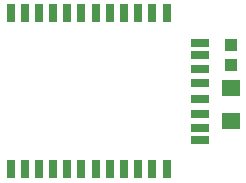
<source format=gbr>
G04 EAGLE Gerber RS-274X export*
G75*
%MOMM*%
%FSLAX34Y34*%
%LPD*%
%INSolderpaste Top*%
%IPPOS*%
%AMOC8*
5,1,8,0,0,1.08239X$1,22.5*%
G01*
%ADD10R,0.800000X1.600000*%
%ADD11R,1.600000X0.800000*%
%ADD12R,1.000000X1.100000*%
%ADD13R,1.600000X1.400000*%


D10*
X48300Y48300D03*
X60300Y48300D03*
X72300Y48300D03*
X84300Y48300D03*
X96300Y48300D03*
X108300Y48300D03*
X120300Y48300D03*
X132300Y48300D03*
X144300Y48300D03*
X156300Y48300D03*
X168300Y48300D03*
X180300Y48300D03*
X180300Y180300D03*
X168300Y180300D03*
X156300Y180300D03*
X144300Y180300D03*
X132300Y180300D03*
X120300Y180300D03*
X108300Y180300D03*
X96300Y180300D03*
X84300Y180300D03*
X72300Y180300D03*
X60300Y180300D03*
X48300Y180300D03*
D11*
X208300Y145300D03*
X208300Y83300D03*
X208300Y73078D03*
X208300Y95300D03*
X208300Y107300D03*
X208300Y121300D03*
X208300Y133300D03*
X208300Y155522D03*
D12*
X234950Y136280D03*
X234950Y153280D03*
D13*
X234950Y88870D03*
X234950Y116870D03*
M02*

</source>
